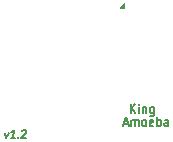
<source format=gto>
G04 #@! TF.GenerationSoftware,KiCad,Pcbnew,(6.0.7-1)-1*
G04 #@! TF.CreationDate,2022-08-17T19:26:05+01:00*
G04 #@! TF.ProjectId,amoeba-king,616d6f65-6261-42d6-9b69-6e672e6b6963,rev?*
G04 #@! TF.SameCoordinates,Original*
G04 #@! TF.FileFunction,Legend,Top*
G04 #@! TF.FilePolarity,Positive*
%FSLAX46Y46*%
G04 Gerber Fmt 4.6, Leading zero omitted, Abs format (unit mm)*
G04 Created by KiCad (PCBNEW (6.0.7-1)-1) date 2022-08-17 19:26:05*
%MOMM*%
%LPD*%
G01*
G04 APERTURE LIST*
%ADD10C,0.100000*%
%ADD11C,0.150000*%
%ADD12C,0.158750*%
G04 APERTURE END LIST*
D10*
G36*
X77698600Y-165481000D02*
G01*
X77317600Y-165481000D01*
X77698600Y-165100000D01*
X77698600Y-165481000D01*
G37*
X77698600Y-165481000D02*
X77317600Y-165481000D01*
X77698600Y-165100000D01*
X77698600Y-165481000D01*
D11*
X77656766Y-175279033D02*
X77990100Y-175279033D01*
X77590100Y-175507604D02*
X77823433Y-174707604D01*
X78056766Y-175507604D01*
X78290100Y-175507604D02*
X78290100Y-174974271D01*
X78290100Y-175050461D02*
X78323433Y-175012366D01*
X78390100Y-174974271D01*
X78490100Y-174974271D01*
X78556766Y-175012366D01*
X78590100Y-175088557D01*
X78590100Y-175507604D01*
X78590100Y-175088557D02*
X78623433Y-175012366D01*
X78690100Y-174974271D01*
X78790100Y-174974271D01*
X78856766Y-175012366D01*
X78890100Y-175088557D01*
X78890100Y-175507604D01*
X79323433Y-175507604D02*
X79256766Y-175469509D01*
X79223433Y-175431414D01*
X79190100Y-175355223D01*
X79190100Y-175126652D01*
X79223433Y-175050461D01*
X79256766Y-175012366D01*
X79323433Y-174974271D01*
X79423433Y-174974271D01*
X79490100Y-175012366D01*
X79523433Y-175050461D01*
X79556766Y-175126652D01*
X79556766Y-175355223D01*
X79523433Y-175431414D01*
X79490100Y-175469509D01*
X79423433Y-175507604D01*
X79323433Y-175507604D01*
X80123433Y-175469509D02*
X80056766Y-175507604D01*
X79923433Y-175507604D01*
X79856766Y-175469509D01*
X79823433Y-175393319D01*
X79823433Y-175088557D01*
X79856766Y-175012366D01*
X79923433Y-174974271D01*
X80056766Y-174974271D01*
X80123433Y-175012366D01*
X80156766Y-175088557D01*
X80156766Y-175164747D01*
X79823433Y-175240938D01*
X80456766Y-175507604D02*
X80456766Y-174707604D01*
X80456766Y-175012366D02*
X80523433Y-174974271D01*
X80656766Y-174974271D01*
X80723433Y-175012366D01*
X80756766Y-175050461D01*
X80790100Y-175126652D01*
X80790100Y-175355223D01*
X80756766Y-175431414D01*
X80723433Y-175469509D01*
X80656766Y-175507604D01*
X80523433Y-175507604D01*
X80456766Y-175469509D01*
X81390100Y-175507604D02*
X81390100Y-175088557D01*
X81356766Y-175012366D01*
X81290100Y-174974271D01*
X81156766Y-174974271D01*
X81090100Y-175012366D01*
X81390100Y-175469509D02*
X81323433Y-175507604D01*
X81156766Y-175507604D01*
X81090100Y-175469509D01*
X81056766Y-175393319D01*
X81056766Y-175317128D01*
X81090100Y-175240938D01*
X81156766Y-175202842D01*
X81323433Y-175202842D01*
X81390100Y-175164747D01*
D12*
X67589456Y-176051028D02*
X67687730Y-176474361D01*
X67891837Y-176051028D01*
X68413444Y-176474361D02*
X68050587Y-176474361D01*
X68232016Y-176474361D02*
X68311391Y-175839361D01*
X68239575Y-175930076D01*
X68171540Y-175990552D01*
X68107284Y-176020790D01*
X68693147Y-176413885D02*
X68719605Y-176444123D01*
X68685587Y-176474361D01*
X68659129Y-176444123D01*
X68693147Y-176413885D01*
X68685587Y-176474361D01*
X69029545Y-175899838D02*
X69063563Y-175869600D01*
X69127819Y-175839361D01*
X69279010Y-175839361D01*
X69335706Y-175869600D01*
X69362165Y-175899838D01*
X69384843Y-175960314D01*
X69377284Y-176020790D01*
X69335706Y-176111504D01*
X68927492Y-176474361D01*
X69320587Y-176474361D01*
D11*
X78226566Y-174402704D02*
X78226566Y-173602704D01*
X78626566Y-174402704D02*
X78326566Y-173945561D01*
X78626566Y-173602704D02*
X78226566Y-174059847D01*
X78926566Y-174402704D02*
X78926566Y-173869371D01*
X78926566Y-173602704D02*
X78893233Y-173640800D01*
X78926566Y-173678895D01*
X78959900Y-173640800D01*
X78926566Y-173602704D01*
X78926566Y-173678895D01*
X79259900Y-173869371D02*
X79259900Y-174402704D01*
X79259900Y-173945561D02*
X79293233Y-173907466D01*
X79359900Y-173869371D01*
X79459900Y-173869371D01*
X79526566Y-173907466D01*
X79559900Y-173983657D01*
X79559900Y-174402704D01*
X80193233Y-173869371D02*
X80193233Y-174516990D01*
X80159900Y-174593180D01*
X80126566Y-174631276D01*
X80059900Y-174669371D01*
X79959900Y-174669371D01*
X79893233Y-174631276D01*
X80193233Y-174364609D02*
X80126566Y-174402704D01*
X79993233Y-174402704D01*
X79926566Y-174364609D01*
X79893233Y-174326514D01*
X79859900Y-174250323D01*
X79859900Y-174021752D01*
X79893233Y-173945561D01*
X79926566Y-173907466D01*
X79993233Y-173869371D01*
X80126566Y-173869371D01*
X80193233Y-173907466D01*
M02*

</source>
